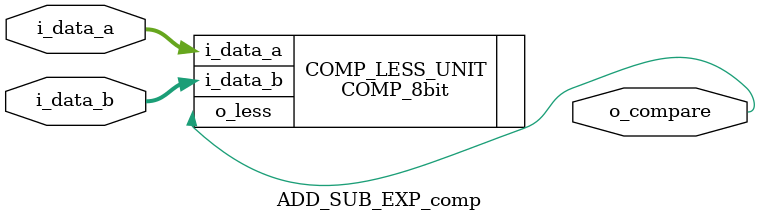
<source format=sv>
module ADD_SUB_EXP_comp #(
    parameter SIZE_DATA = 8
)(
    input logic [SIZE_DATA-1:0]     i_data_a        ,
    input logic [SIZE_DATA-1:0]     i_data_b        ,
    output logic                    o_compare           // a < b
);

COMP_8bit #(
    .SIZE_DATA      (SIZE_DATA)
) COMP_LESS_UNIT (
    .i_data_a       (i_data_a),
    .i_data_b       (i_data_b),
    .o_less         (o_compare)
);

endmodule

</source>
